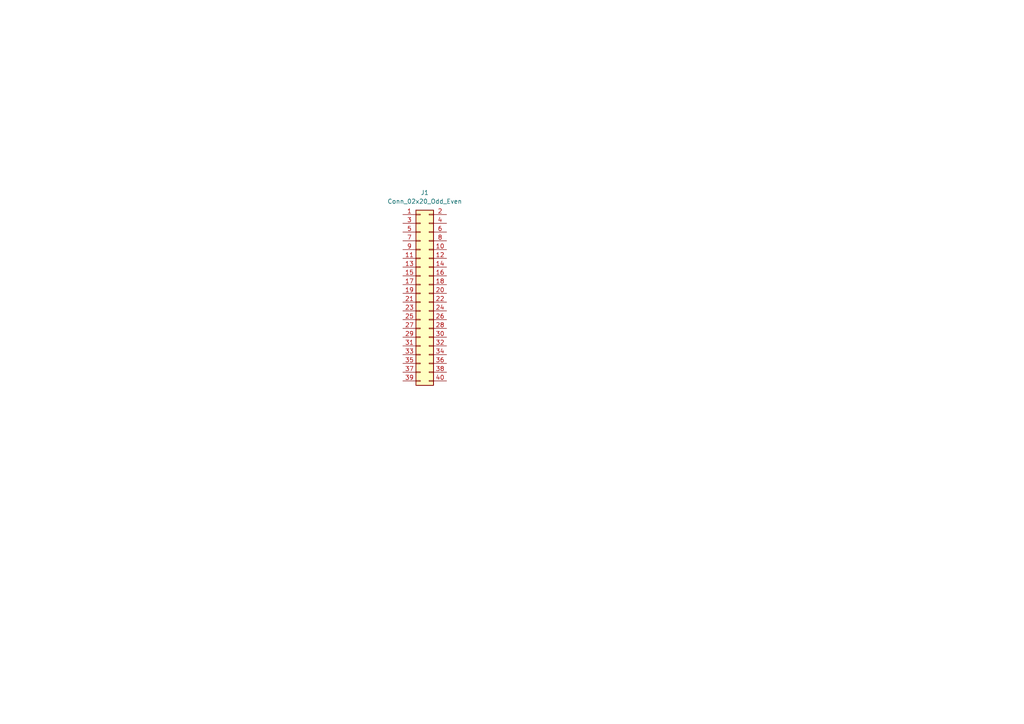
<source format=kicad_sch>
(kicad_sch (version 20250114) (generator "eeschema") (generator_version "9.0")
  (paper "A4")
  (lib_symbols
    (symbol "Connector_Generic:Conn_02x20_Odd_Even" (pin_names (offset 1.016) (hide yes))
      (property "Reference" "J" (at 1.27 25.4 0))
      (property "Value" "Conn_02x20_Odd_Even" (at 1.27 -27.94 0))
      (symbol "Conn_02x20_Odd_Even_1_1"
        (rectangle (start -1.27 24.13) (end 3.81 -26.67) (stroke (width 0.254)) (fill (type background)))
        (rectangle (start -1.27 22.987) (end 0 22.733) (stroke (width 0.1524)))
        (rectangle (start -1.27 20.447) (end 0 20.193) (stroke (width 0.1524)))
        (rectangle (start -1.27 17.907) (end 0 17.653) (stroke (width 0.1524)))
        (rectangle (start -1.27 15.367) (end 0 15.113) (stroke (width 0.1524)))
        (rectangle (start -1.27 12.827) (end 0 12.573) (stroke (width 0.1524)))
        (rectangle (start -1.27 10.287) (end 0 10.033) (stroke (width 0.1524)))
        (rectangle (start -1.27 7.747) (end 0 7.493) (stroke (width 0.1524)))
        (rectangle (start -1.27 5.207) (end 0 4.953) (stroke (width 0.1524)))
        (rectangle (start -1.27 2.667) (end 0 2.413) (stroke (width 0.1524)))
        (rectangle (start -1.27 0.127) (end 0 -0.127) (stroke (width 0.1524)))
        (rectangle (start -1.27 -2.413) (end 0 -2.667) (stroke (width 0.1524)))
        (rectangle (start -1.27 -4.953) (end 0 -5.207) (stroke (width 0.1524)))
        (rectangle (start -1.27 -7.493) (end 0 -7.747) (stroke (width 0.1524)))
        (rectangle (start -1.27 -10.033) (end 0 -10.287) (stroke (width 0.1524)))
        (rectangle (start -1.27 -12.573) (end 0 -12.827) (stroke (width 0.1524)))
        (rectangle (start -1.27 -15.113) (end 0 -15.367) (stroke (width 0.1524)))
        (rectangle (start -1.27 -17.653) (end 0 -17.907) (stroke (width 0.1524)))
        (rectangle (start -1.27 -20.193) (end 0 -20.447) (stroke (width 0.1524)))
        (rectangle (start -1.27 -22.733) (end 0 -22.987) (stroke (width 0.1524)))
        (rectangle (start -1.27 -25.273) (end 0 -25.527) (stroke (width 0.1524)))
        (rectangle (start 3.81 22.987) (end 2.54 22.733) (stroke (width 0.1524)))
        (rectangle (start 3.81 20.447) (end 2.54 20.193) (stroke (width 0.1524)))
        (rectangle (start 3.81 17.907) (end 2.54 17.653) (stroke (width 0.1524)))
        (rectangle (start 3.81 15.367) (end 2.54 15.113) (stroke (width 0.1524)))
        (rectangle (start 3.81 12.827) (end 2.54 12.573) (stroke (width 0.1524)))
        (rectangle (start 3.81 10.287) (end 2.54 10.033) (stroke (width 0.1524)))
        (rectangle (start 3.81 7.747) (end 2.54 7.493) (stroke (width 0.1524)))
        (rectangle (start 3.81 5.207) (end 2.54 4.953) (stroke (width 0.1524)))
        (rectangle (start 3.81 2.667) (end 2.54 2.413) (stroke (width 0.1524)))
        (rectangle (start 3.81 0.127) (end 2.54 -0.127) (stroke (width 0.1524)))
        (rectangle (start 3.81 -2.413) (end 2.54 -2.667) (stroke (width 0.1524)))
        (rectangle (start 3.81 -4.953) (end 2.54 -5.207) (stroke (width 0.1524)))
        (rectangle (start 3.81 -7.493) (end 2.54 -7.747) (stroke (width 0.1524)))
        (rectangle (start 3.81 -10.033) (end 2.54 -10.287) (stroke (width 0.1524)))
        (rectangle (start 3.81 -12.573) (end 2.54 -12.827) (stroke (width 0.1524)))
        (rectangle (start 3.81 -15.113) (end 2.54 -15.367) (stroke (width 0.1524)))
        (rectangle (start 3.81 -17.653) (end 2.54 -17.907) (stroke (width 0.1524)))
        (rectangle (start 3.81 -20.193) (end 2.54 -20.447) (stroke (width 0.1524)))
        (rectangle (start 3.81 -22.733) (end 2.54 -22.987) (stroke (width 0.1524)))
        (rectangle (start 3.81 -25.273) (end 2.54 -25.527) (stroke (width 0.1524)))
        (pin passive line (at -5.08 22.86 0) (length 3.81) (name "Pin_1") (number "1"))
        (pin passive line (at -5.08 20.32 0) (length 3.81) (name "Pin_3") (number "3"))
        (pin passive line (at -5.08 17.78 0) (length 3.81) (name "Pin_5") (number "5"))
        (pin passive line (at -5.08 15.24 0) (length 3.81) (name "Pin_7") (number "7"))
        (pin passive line (at -5.08 12.7 0) (length 3.81) (name "Pin_9") (number "9"))
        (pin passive line (at -5.08 10.16 0) (length 3.81) (name "Pin_11") (number "11"))
        (pin passive line (at -5.08 7.62 0) (length 3.81) (name "Pin_13") (number "13"))
        (pin passive line (at -5.08 5.08 0) (length 3.81) (name "Pin_15") (number "15"))
        (pin passive line (at -5.08 2.54 0) (length 3.81) (name "Pin_17") (number "17"))
        (pin passive line (at -5.08 0 0) (length 3.81) (name "Pin_19") (number "19"))
        (pin passive line (at -5.08 -2.54 0) (length 3.81) (name "Pin_21") (number "21"))
        (pin passive line (at -5.08 -5.08 0) (length 3.81) (name "Pin_23") (number "23"))
        (pin passive line (at -5.08 -7.62 0) (length 3.81) (name "Pin_25") (number "25"))
        (pin passive line (at -5.08 -10.16 0) (length 3.81) (name "Pin_27") (number "27"))
        (pin passive line (at -5.08 -12.7 0) (length 3.81) (name "Pin_29") (number "29"))
        (pin passive line (at -5.08 -15.24 0) (length 3.81) (name "Pin_31") (number "31"))
        (pin passive line (at -5.08 -17.78 0) (length 3.81) (name "Pin_33") (number "33"))
        (pin passive line (at -5.08 -20.32 0) (length 3.81) (name "Pin_35") (number "35"))
        (pin passive line (at -5.08 -22.86 0) (length 3.81) (name "Pin_37") (number "37"))
        (pin passive line (at -5.08 -25.4 0) (length 3.81) (name "Pin_39") (number "39"))
        (pin passive line (at 7.62 22.86 180) (length 3.81) (name "Pin_2") (number "2"))
        (pin passive line (at 7.62 20.32 180) (length 3.81) (name "Pin_4") (number "4"))
        (pin passive line (at 7.62 17.78 180) (length 3.81) (name "Pin_6") (number "6"))
        (pin passive line (at 7.62 15.24 180) (length 3.81) (name "Pin_8") (number "8"))
        (pin passive line (at 7.62 12.7 180) (length 3.81) (name "Pin_10") (number "10"))
        (pin passive line (at 7.62 10.16 180) (length 3.81) (name "Pin_12") (number "12"))
        (pin passive line (at 7.62 7.62 180) (length 3.81) (name "Pin_14") (number "14"))
        (pin passive line (at 7.62 5.08 180) (length 3.81) (name "Pin_16") (number "16"))
        (pin passive line (at 7.62 2.54 180) (length 3.81) (name "Pin_18") (number "18"))
        (pin passive line (at 7.62 0 180) (length 3.81) (name "Pin_20") (number "20"))
        (pin passive line (at 7.62 -2.54 180) (length 3.81) (name "Pin_22") (number "22"))
        (pin passive line (at 7.62 -5.08 180) (length 3.81) (name "Pin_24") (number "24"))
        (pin passive line (at 7.62 -7.62 180) (length 3.81) (name "Pin_26") (number "26"))
        (pin passive line (at 7.62 -10.16 180) (length 3.81) (name "Pin_28") (number "28"))
        (pin passive line (at 7.62 -12.7 180) (length 3.81) (name "Pin_30") (number "30"))
        (pin passive line (at 7.62 -15.24 180) (length 3.81) (name "Pin_32") (number "32"))
        (pin passive line (at 7.62 -17.78 180) (length 3.81) (name "Pin_34") (number "34"))
        (pin passive line (at 7.62 -20.32 180) (length 3.81) (name "Pin_36") (number "36"))
        (pin passive line (at 7.62 -22.86 180) (length 3.81) (name "Pin_38") (number "38"))
        (pin passive line (at 7.62 -25.4 180) (length 3.81) (name "Pin_40") (number "40"))
      )
    )
  )
  (symbol (lib_id "Connector_Generic:Conn_02x20_Odd_Even") (at 121.92 85.09 0) (unit 1)
    (property "Reference" "J1" (at 123.19 55.88 0))
    (property "Value" "Conn_02x20_Odd_Even" (at 123.19 58.42 0))
    (property "Footprint" "Connector_PinHeader_2.54mm:PinHeader_2x20_P2.54mm_Vertical" (effects (hide yes)))
    (property "Description" "Generic connector, double row, 02x20, odd/even pin numbering scheme (row 1 odd numbers, row 2 even numbers), script generated (kicad-library-utils/schlib/autogen/connector/)" (effects (hide yes)))
  )
)
</source>
